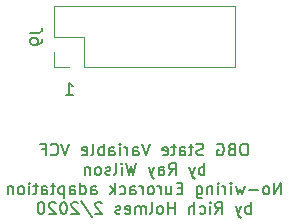
<source format=gbr>
G04 #@! TF.GenerationSoftware,KiCad,Pcbnew,5.1.5-52549c5~84~ubuntu18.04.1*
G04 #@! TF.CreationDate,2020-03-17T21:00:59-04:00*
G04 #@! TF.ProjectId,OBG-SVF-panelpcb,4f42472d-5356-4462-9d70-616e656c7063,rev?*
G04 #@! TF.SameCoordinates,Original*
G04 #@! TF.FileFunction,Legend,Bot*
G04 #@! TF.FilePolarity,Positive*
%FSLAX46Y46*%
G04 Gerber Fmt 4.6, Leading zero omitted, Abs format (unit mm)*
G04 Created by KiCad (PCBNEW 5.1.5-52549c5~84~ubuntu18.04.1) date 2020-03-17 21:00:59*
%MOMM*%
%LPD*%
G04 APERTURE LIST*
%ADD10C,0.150000*%
%ADD11C,0.120000*%
G04 APERTURE END LIST*
D10*
X148247619Y-87782380D02*
X148057142Y-87782380D01*
X147961904Y-87830000D01*
X147866666Y-87925238D01*
X147819047Y-88115714D01*
X147819047Y-88449047D01*
X147866666Y-88639523D01*
X147961904Y-88734761D01*
X148057142Y-88782380D01*
X148247619Y-88782380D01*
X148342857Y-88734761D01*
X148438095Y-88639523D01*
X148485714Y-88449047D01*
X148485714Y-88115714D01*
X148438095Y-87925238D01*
X148342857Y-87830000D01*
X148247619Y-87782380D01*
X147057142Y-88258571D02*
X146914285Y-88306190D01*
X146866666Y-88353809D01*
X146819047Y-88449047D01*
X146819047Y-88591904D01*
X146866666Y-88687142D01*
X146914285Y-88734761D01*
X147009523Y-88782380D01*
X147390476Y-88782380D01*
X147390476Y-87782380D01*
X147057142Y-87782380D01*
X146961904Y-87830000D01*
X146914285Y-87877619D01*
X146866666Y-87972857D01*
X146866666Y-88068095D01*
X146914285Y-88163333D01*
X146961904Y-88210952D01*
X147057142Y-88258571D01*
X147390476Y-88258571D01*
X145866666Y-87830000D02*
X145961904Y-87782380D01*
X146104761Y-87782380D01*
X146247619Y-87830000D01*
X146342857Y-87925238D01*
X146390476Y-88020476D01*
X146438095Y-88210952D01*
X146438095Y-88353809D01*
X146390476Y-88544285D01*
X146342857Y-88639523D01*
X146247619Y-88734761D01*
X146104761Y-88782380D01*
X146009523Y-88782380D01*
X145866666Y-88734761D01*
X145819047Y-88687142D01*
X145819047Y-88353809D01*
X146009523Y-88353809D01*
X144676190Y-88734761D02*
X144533333Y-88782380D01*
X144295238Y-88782380D01*
X144200000Y-88734761D01*
X144152380Y-88687142D01*
X144104761Y-88591904D01*
X144104761Y-88496666D01*
X144152380Y-88401428D01*
X144200000Y-88353809D01*
X144295238Y-88306190D01*
X144485714Y-88258571D01*
X144580952Y-88210952D01*
X144628571Y-88163333D01*
X144676190Y-88068095D01*
X144676190Y-87972857D01*
X144628571Y-87877619D01*
X144580952Y-87830000D01*
X144485714Y-87782380D01*
X144247619Y-87782380D01*
X144104761Y-87830000D01*
X143819047Y-88115714D02*
X143438095Y-88115714D01*
X143676190Y-87782380D02*
X143676190Y-88639523D01*
X143628571Y-88734761D01*
X143533333Y-88782380D01*
X143438095Y-88782380D01*
X142676190Y-88782380D02*
X142676190Y-88258571D01*
X142723809Y-88163333D01*
X142819047Y-88115714D01*
X143009523Y-88115714D01*
X143104761Y-88163333D01*
X142676190Y-88734761D02*
X142771428Y-88782380D01*
X143009523Y-88782380D01*
X143104761Y-88734761D01*
X143152380Y-88639523D01*
X143152380Y-88544285D01*
X143104761Y-88449047D01*
X143009523Y-88401428D01*
X142771428Y-88401428D01*
X142676190Y-88353809D01*
X142342857Y-88115714D02*
X141961904Y-88115714D01*
X142200000Y-87782380D02*
X142200000Y-88639523D01*
X142152380Y-88734761D01*
X142057142Y-88782380D01*
X141961904Y-88782380D01*
X141247619Y-88734761D02*
X141342857Y-88782380D01*
X141533333Y-88782380D01*
X141628571Y-88734761D01*
X141676190Y-88639523D01*
X141676190Y-88258571D01*
X141628571Y-88163333D01*
X141533333Y-88115714D01*
X141342857Y-88115714D01*
X141247619Y-88163333D01*
X141200000Y-88258571D01*
X141200000Y-88353809D01*
X141676190Y-88449047D01*
X140152380Y-87782380D02*
X139819047Y-88782380D01*
X139485714Y-87782380D01*
X138723809Y-88782380D02*
X138723809Y-88258571D01*
X138771428Y-88163333D01*
X138866666Y-88115714D01*
X139057142Y-88115714D01*
X139152380Y-88163333D01*
X138723809Y-88734761D02*
X138819047Y-88782380D01*
X139057142Y-88782380D01*
X139152380Y-88734761D01*
X139200000Y-88639523D01*
X139200000Y-88544285D01*
X139152380Y-88449047D01*
X139057142Y-88401428D01*
X138819047Y-88401428D01*
X138723809Y-88353809D01*
X138247619Y-88782380D02*
X138247619Y-88115714D01*
X138247619Y-88306190D02*
X138200000Y-88210952D01*
X138152380Y-88163333D01*
X138057142Y-88115714D01*
X137961904Y-88115714D01*
X137628571Y-88782380D02*
X137628571Y-88115714D01*
X137628571Y-87782380D02*
X137676190Y-87830000D01*
X137628571Y-87877619D01*
X137580952Y-87830000D01*
X137628571Y-87782380D01*
X137628571Y-87877619D01*
X136723809Y-88782380D02*
X136723809Y-88258571D01*
X136771428Y-88163333D01*
X136866666Y-88115714D01*
X137057142Y-88115714D01*
X137152380Y-88163333D01*
X136723809Y-88734761D02*
X136819047Y-88782380D01*
X137057142Y-88782380D01*
X137152380Y-88734761D01*
X137200000Y-88639523D01*
X137200000Y-88544285D01*
X137152380Y-88449047D01*
X137057142Y-88401428D01*
X136819047Y-88401428D01*
X136723809Y-88353809D01*
X136247619Y-88782380D02*
X136247619Y-87782380D01*
X136247619Y-88163333D02*
X136152380Y-88115714D01*
X135961904Y-88115714D01*
X135866666Y-88163333D01*
X135819047Y-88210952D01*
X135771428Y-88306190D01*
X135771428Y-88591904D01*
X135819047Y-88687142D01*
X135866666Y-88734761D01*
X135961904Y-88782380D01*
X136152380Y-88782380D01*
X136247619Y-88734761D01*
X135200000Y-88782380D02*
X135295238Y-88734761D01*
X135342857Y-88639523D01*
X135342857Y-87782380D01*
X134438095Y-88734761D02*
X134533333Y-88782380D01*
X134723809Y-88782380D01*
X134819047Y-88734761D01*
X134866666Y-88639523D01*
X134866666Y-88258571D01*
X134819047Y-88163333D01*
X134723809Y-88115714D01*
X134533333Y-88115714D01*
X134438095Y-88163333D01*
X134390476Y-88258571D01*
X134390476Y-88353809D01*
X134866666Y-88449047D01*
X133342857Y-87782380D02*
X133009523Y-88782380D01*
X132676190Y-87782380D01*
X131771428Y-88687142D02*
X131819047Y-88734761D01*
X131961904Y-88782380D01*
X132057142Y-88782380D01*
X132200000Y-88734761D01*
X132295238Y-88639523D01*
X132342857Y-88544285D01*
X132390476Y-88353809D01*
X132390476Y-88210952D01*
X132342857Y-88020476D01*
X132295238Y-87925238D01*
X132200000Y-87830000D01*
X132057142Y-87782380D01*
X131961904Y-87782380D01*
X131819047Y-87830000D01*
X131771428Y-87877619D01*
X131009523Y-88258571D02*
X131342857Y-88258571D01*
X131342857Y-88782380D02*
X131342857Y-87782380D01*
X130866666Y-87782380D01*
X144771428Y-90432380D02*
X144771428Y-89432380D01*
X144771428Y-89813333D02*
X144676190Y-89765714D01*
X144485714Y-89765714D01*
X144390476Y-89813333D01*
X144342857Y-89860952D01*
X144295238Y-89956190D01*
X144295238Y-90241904D01*
X144342857Y-90337142D01*
X144390476Y-90384761D01*
X144485714Y-90432380D01*
X144676190Y-90432380D01*
X144771428Y-90384761D01*
X143961904Y-89765714D02*
X143723809Y-90432380D01*
X143485714Y-89765714D02*
X143723809Y-90432380D01*
X143819047Y-90670476D01*
X143866666Y-90718095D01*
X143961904Y-90765714D01*
X141771428Y-90432380D02*
X142104761Y-89956190D01*
X142342857Y-90432380D02*
X142342857Y-89432380D01*
X141961904Y-89432380D01*
X141866666Y-89480000D01*
X141819047Y-89527619D01*
X141771428Y-89622857D01*
X141771428Y-89765714D01*
X141819047Y-89860952D01*
X141866666Y-89908571D01*
X141961904Y-89956190D01*
X142342857Y-89956190D01*
X140914285Y-90432380D02*
X140914285Y-89908571D01*
X140961904Y-89813333D01*
X141057142Y-89765714D01*
X141247619Y-89765714D01*
X141342857Y-89813333D01*
X140914285Y-90384761D02*
X141009523Y-90432380D01*
X141247619Y-90432380D01*
X141342857Y-90384761D01*
X141390476Y-90289523D01*
X141390476Y-90194285D01*
X141342857Y-90099047D01*
X141247619Y-90051428D01*
X141009523Y-90051428D01*
X140914285Y-90003809D01*
X140533333Y-89765714D02*
X140295238Y-90432380D01*
X140057142Y-89765714D02*
X140295238Y-90432380D01*
X140390476Y-90670476D01*
X140438095Y-90718095D01*
X140533333Y-90765714D01*
X139009523Y-89432380D02*
X138771428Y-90432380D01*
X138580952Y-89718095D01*
X138390476Y-90432380D01*
X138152380Y-89432380D01*
X137771428Y-90432380D02*
X137771428Y-89765714D01*
X137771428Y-89432380D02*
X137819047Y-89480000D01*
X137771428Y-89527619D01*
X137723809Y-89480000D01*
X137771428Y-89432380D01*
X137771428Y-89527619D01*
X137152380Y-90432380D02*
X137247619Y-90384761D01*
X137295238Y-90289523D01*
X137295238Y-89432380D01*
X136819047Y-90384761D02*
X136723809Y-90432380D01*
X136533333Y-90432380D01*
X136438095Y-90384761D01*
X136390476Y-90289523D01*
X136390476Y-90241904D01*
X136438095Y-90146666D01*
X136533333Y-90099047D01*
X136676190Y-90099047D01*
X136771428Y-90051428D01*
X136819047Y-89956190D01*
X136819047Y-89908571D01*
X136771428Y-89813333D01*
X136676190Y-89765714D01*
X136533333Y-89765714D01*
X136438095Y-89813333D01*
X135819047Y-90432380D02*
X135914285Y-90384761D01*
X135961904Y-90337142D01*
X136009523Y-90241904D01*
X136009523Y-89956190D01*
X135961904Y-89860952D01*
X135914285Y-89813333D01*
X135819047Y-89765714D01*
X135676190Y-89765714D01*
X135580952Y-89813333D01*
X135533333Y-89860952D01*
X135485714Y-89956190D01*
X135485714Y-90241904D01*
X135533333Y-90337142D01*
X135580952Y-90384761D01*
X135676190Y-90432380D01*
X135819047Y-90432380D01*
X135057142Y-89765714D02*
X135057142Y-90432380D01*
X135057142Y-89860952D02*
X135009523Y-89813333D01*
X134914285Y-89765714D01*
X134771428Y-89765714D01*
X134676190Y-89813333D01*
X134628571Y-89908571D01*
X134628571Y-90432380D01*
X151271428Y-92082380D02*
X151271428Y-91082380D01*
X150700000Y-92082380D01*
X150700000Y-91082380D01*
X150080952Y-92082380D02*
X150176190Y-92034761D01*
X150223809Y-91987142D01*
X150271428Y-91891904D01*
X150271428Y-91606190D01*
X150223809Y-91510952D01*
X150176190Y-91463333D01*
X150080952Y-91415714D01*
X149938095Y-91415714D01*
X149842857Y-91463333D01*
X149795238Y-91510952D01*
X149747619Y-91606190D01*
X149747619Y-91891904D01*
X149795238Y-91987142D01*
X149842857Y-92034761D01*
X149938095Y-92082380D01*
X150080952Y-92082380D01*
X149319047Y-91701428D02*
X148557142Y-91701428D01*
X148176190Y-91415714D02*
X147985714Y-92082380D01*
X147795238Y-91606190D01*
X147604761Y-92082380D01*
X147414285Y-91415714D01*
X147033333Y-92082380D02*
X147033333Y-91415714D01*
X147033333Y-91082380D02*
X147080952Y-91130000D01*
X147033333Y-91177619D01*
X146985714Y-91130000D01*
X147033333Y-91082380D01*
X147033333Y-91177619D01*
X146557142Y-92082380D02*
X146557142Y-91415714D01*
X146557142Y-91606190D02*
X146509523Y-91510952D01*
X146461904Y-91463333D01*
X146366666Y-91415714D01*
X146271428Y-91415714D01*
X145938095Y-92082380D02*
X145938095Y-91415714D01*
X145938095Y-91082380D02*
X145985714Y-91130000D01*
X145938095Y-91177619D01*
X145890476Y-91130000D01*
X145938095Y-91082380D01*
X145938095Y-91177619D01*
X145461904Y-91415714D02*
X145461904Y-92082380D01*
X145461904Y-91510952D02*
X145414285Y-91463333D01*
X145319047Y-91415714D01*
X145176190Y-91415714D01*
X145080952Y-91463333D01*
X145033333Y-91558571D01*
X145033333Y-92082380D01*
X144128571Y-91415714D02*
X144128571Y-92225238D01*
X144176190Y-92320476D01*
X144223809Y-92368095D01*
X144319047Y-92415714D01*
X144461904Y-92415714D01*
X144557142Y-92368095D01*
X144128571Y-92034761D02*
X144223809Y-92082380D01*
X144414285Y-92082380D01*
X144509523Y-92034761D01*
X144557142Y-91987142D01*
X144604761Y-91891904D01*
X144604761Y-91606190D01*
X144557142Y-91510952D01*
X144509523Y-91463333D01*
X144414285Y-91415714D01*
X144223809Y-91415714D01*
X144128571Y-91463333D01*
X142890476Y-91558571D02*
X142557142Y-91558571D01*
X142414285Y-92082380D02*
X142890476Y-92082380D01*
X142890476Y-91082380D01*
X142414285Y-91082380D01*
X141557142Y-91415714D02*
X141557142Y-92082380D01*
X141985714Y-91415714D02*
X141985714Y-91939523D01*
X141938095Y-92034761D01*
X141842857Y-92082380D01*
X141700000Y-92082380D01*
X141604761Y-92034761D01*
X141557142Y-91987142D01*
X141080952Y-92082380D02*
X141080952Y-91415714D01*
X141080952Y-91606190D02*
X141033333Y-91510952D01*
X140985714Y-91463333D01*
X140890476Y-91415714D01*
X140795238Y-91415714D01*
X140319047Y-92082380D02*
X140414285Y-92034761D01*
X140461904Y-91987142D01*
X140509523Y-91891904D01*
X140509523Y-91606190D01*
X140461904Y-91510952D01*
X140414285Y-91463333D01*
X140319047Y-91415714D01*
X140176190Y-91415714D01*
X140080952Y-91463333D01*
X140033333Y-91510952D01*
X139985714Y-91606190D01*
X139985714Y-91891904D01*
X140033333Y-91987142D01*
X140080952Y-92034761D01*
X140176190Y-92082380D01*
X140319047Y-92082380D01*
X139557142Y-92082380D02*
X139557142Y-91415714D01*
X139557142Y-91606190D02*
X139509523Y-91510952D01*
X139461904Y-91463333D01*
X139366666Y-91415714D01*
X139271428Y-91415714D01*
X138509523Y-92082380D02*
X138509523Y-91558571D01*
X138557142Y-91463333D01*
X138652380Y-91415714D01*
X138842857Y-91415714D01*
X138938095Y-91463333D01*
X138509523Y-92034761D02*
X138604761Y-92082380D01*
X138842857Y-92082380D01*
X138938095Y-92034761D01*
X138985714Y-91939523D01*
X138985714Y-91844285D01*
X138938095Y-91749047D01*
X138842857Y-91701428D01*
X138604761Y-91701428D01*
X138509523Y-91653809D01*
X137604761Y-92034761D02*
X137700000Y-92082380D01*
X137890476Y-92082380D01*
X137985714Y-92034761D01*
X138033333Y-91987142D01*
X138080952Y-91891904D01*
X138080952Y-91606190D01*
X138033333Y-91510952D01*
X137985714Y-91463333D01*
X137890476Y-91415714D01*
X137700000Y-91415714D01*
X137604761Y-91463333D01*
X137176190Y-92082380D02*
X137176190Y-91082380D01*
X137080952Y-91701428D02*
X136795238Y-92082380D01*
X136795238Y-91415714D02*
X137176190Y-91796666D01*
X135176190Y-92082380D02*
X135176190Y-91558571D01*
X135223809Y-91463333D01*
X135319047Y-91415714D01*
X135509523Y-91415714D01*
X135604761Y-91463333D01*
X135176190Y-92034761D02*
X135271428Y-92082380D01*
X135509523Y-92082380D01*
X135604761Y-92034761D01*
X135652380Y-91939523D01*
X135652380Y-91844285D01*
X135604761Y-91749047D01*
X135509523Y-91701428D01*
X135271428Y-91701428D01*
X135176190Y-91653809D01*
X134271428Y-92082380D02*
X134271428Y-91082380D01*
X134271428Y-92034761D02*
X134366666Y-92082380D01*
X134557142Y-92082380D01*
X134652380Y-92034761D01*
X134700000Y-91987142D01*
X134747619Y-91891904D01*
X134747619Y-91606190D01*
X134700000Y-91510952D01*
X134652380Y-91463333D01*
X134557142Y-91415714D01*
X134366666Y-91415714D01*
X134271428Y-91463333D01*
X133366666Y-92082380D02*
X133366666Y-91558571D01*
X133414285Y-91463333D01*
X133509523Y-91415714D01*
X133700000Y-91415714D01*
X133795238Y-91463333D01*
X133366666Y-92034761D02*
X133461904Y-92082380D01*
X133700000Y-92082380D01*
X133795238Y-92034761D01*
X133842857Y-91939523D01*
X133842857Y-91844285D01*
X133795238Y-91749047D01*
X133700000Y-91701428D01*
X133461904Y-91701428D01*
X133366666Y-91653809D01*
X132890476Y-91415714D02*
X132890476Y-92415714D01*
X132890476Y-91463333D02*
X132795238Y-91415714D01*
X132604761Y-91415714D01*
X132509523Y-91463333D01*
X132461904Y-91510952D01*
X132414285Y-91606190D01*
X132414285Y-91891904D01*
X132461904Y-91987142D01*
X132509523Y-92034761D01*
X132604761Y-92082380D01*
X132795238Y-92082380D01*
X132890476Y-92034761D01*
X132128571Y-91415714D02*
X131747619Y-91415714D01*
X131985714Y-91082380D02*
X131985714Y-91939523D01*
X131938095Y-92034761D01*
X131842857Y-92082380D01*
X131747619Y-92082380D01*
X130985714Y-92082380D02*
X130985714Y-91558571D01*
X131033333Y-91463333D01*
X131128571Y-91415714D01*
X131319047Y-91415714D01*
X131414285Y-91463333D01*
X130985714Y-92034761D02*
X131080952Y-92082380D01*
X131319047Y-92082380D01*
X131414285Y-92034761D01*
X131461904Y-91939523D01*
X131461904Y-91844285D01*
X131414285Y-91749047D01*
X131319047Y-91701428D01*
X131080952Y-91701428D01*
X130985714Y-91653809D01*
X130652380Y-91415714D02*
X130271428Y-91415714D01*
X130509523Y-91082380D02*
X130509523Y-91939523D01*
X130461904Y-92034761D01*
X130366666Y-92082380D01*
X130271428Y-92082380D01*
X129938095Y-92082380D02*
X129938095Y-91415714D01*
X129938095Y-91082380D02*
X129985714Y-91130000D01*
X129938095Y-91177619D01*
X129890476Y-91130000D01*
X129938095Y-91082380D01*
X129938095Y-91177619D01*
X129319047Y-92082380D02*
X129414285Y-92034761D01*
X129461904Y-91987142D01*
X129509523Y-91891904D01*
X129509523Y-91606190D01*
X129461904Y-91510952D01*
X129414285Y-91463333D01*
X129319047Y-91415714D01*
X129176190Y-91415714D01*
X129080952Y-91463333D01*
X129033333Y-91510952D01*
X128985714Y-91606190D01*
X128985714Y-91891904D01*
X129033333Y-91987142D01*
X129080952Y-92034761D01*
X129176190Y-92082380D01*
X129319047Y-92082380D01*
X128557142Y-91415714D02*
X128557142Y-92082380D01*
X128557142Y-91510952D02*
X128509523Y-91463333D01*
X128414285Y-91415714D01*
X128271428Y-91415714D01*
X128176190Y-91463333D01*
X128128571Y-91558571D01*
X128128571Y-92082380D01*
X148700000Y-93732380D02*
X148700000Y-92732380D01*
X148700000Y-93113333D02*
X148604761Y-93065714D01*
X148414285Y-93065714D01*
X148319047Y-93113333D01*
X148271428Y-93160952D01*
X148223809Y-93256190D01*
X148223809Y-93541904D01*
X148271428Y-93637142D01*
X148319047Y-93684761D01*
X148414285Y-93732380D01*
X148604761Y-93732380D01*
X148700000Y-93684761D01*
X147890476Y-93065714D02*
X147652380Y-93732380D01*
X147414285Y-93065714D02*
X147652380Y-93732380D01*
X147747619Y-93970476D01*
X147795238Y-94018095D01*
X147890476Y-94065714D01*
X145700000Y-93732380D02*
X146033333Y-93256190D01*
X146271428Y-93732380D02*
X146271428Y-92732380D01*
X145890476Y-92732380D01*
X145795238Y-92780000D01*
X145747619Y-92827619D01*
X145700000Y-92922857D01*
X145700000Y-93065714D01*
X145747619Y-93160952D01*
X145795238Y-93208571D01*
X145890476Y-93256190D01*
X146271428Y-93256190D01*
X145271428Y-93732380D02*
X145271428Y-93065714D01*
X145271428Y-92732380D02*
X145319047Y-92780000D01*
X145271428Y-92827619D01*
X145223809Y-92780000D01*
X145271428Y-92732380D01*
X145271428Y-92827619D01*
X144366666Y-93684761D02*
X144461904Y-93732380D01*
X144652380Y-93732380D01*
X144747619Y-93684761D01*
X144795238Y-93637142D01*
X144842857Y-93541904D01*
X144842857Y-93256190D01*
X144795238Y-93160952D01*
X144747619Y-93113333D01*
X144652380Y-93065714D01*
X144461904Y-93065714D01*
X144366666Y-93113333D01*
X143938095Y-93732380D02*
X143938095Y-92732380D01*
X143509523Y-93732380D02*
X143509523Y-93208571D01*
X143557142Y-93113333D01*
X143652380Y-93065714D01*
X143795238Y-93065714D01*
X143890476Y-93113333D01*
X143938095Y-93160952D01*
X142271428Y-93732380D02*
X142271428Y-92732380D01*
X142271428Y-93208571D02*
X141700000Y-93208571D01*
X141700000Y-93732380D02*
X141700000Y-92732380D01*
X141080952Y-93732380D02*
X141176190Y-93684761D01*
X141223809Y-93637142D01*
X141271428Y-93541904D01*
X141271428Y-93256190D01*
X141223809Y-93160952D01*
X141176190Y-93113333D01*
X141080952Y-93065714D01*
X140938095Y-93065714D01*
X140842857Y-93113333D01*
X140795238Y-93160952D01*
X140747619Y-93256190D01*
X140747619Y-93541904D01*
X140795238Y-93637142D01*
X140842857Y-93684761D01*
X140938095Y-93732380D01*
X141080952Y-93732380D01*
X140176190Y-93732380D02*
X140271428Y-93684761D01*
X140319047Y-93589523D01*
X140319047Y-92732380D01*
X139795238Y-93732380D02*
X139795238Y-93065714D01*
X139795238Y-93160952D02*
X139747619Y-93113333D01*
X139652380Y-93065714D01*
X139509523Y-93065714D01*
X139414285Y-93113333D01*
X139366666Y-93208571D01*
X139366666Y-93732380D01*
X139366666Y-93208571D02*
X139319047Y-93113333D01*
X139223809Y-93065714D01*
X139080952Y-93065714D01*
X138985714Y-93113333D01*
X138938095Y-93208571D01*
X138938095Y-93732380D01*
X138080952Y-93684761D02*
X138176190Y-93732380D01*
X138366666Y-93732380D01*
X138461904Y-93684761D01*
X138509523Y-93589523D01*
X138509523Y-93208571D01*
X138461904Y-93113333D01*
X138366666Y-93065714D01*
X138176190Y-93065714D01*
X138080952Y-93113333D01*
X138033333Y-93208571D01*
X138033333Y-93303809D01*
X138509523Y-93399047D01*
X137652380Y-93684761D02*
X137557142Y-93732380D01*
X137366666Y-93732380D01*
X137271428Y-93684761D01*
X137223809Y-93589523D01*
X137223809Y-93541904D01*
X137271428Y-93446666D01*
X137366666Y-93399047D01*
X137509523Y-93399047D01*
X137604761Y-93351428D01*
X137652380Y-93256190D01*
X137652380Y-93208571D01*
X137604761Y-93113333D01*
X137509523Y-93065714D01*
X137366666Y-93065714D01*
X137271428Y-93113333D01*
X136080952Y-92827619D02*
X136033333Y-92780000D01*
X135938095Y-92732380D01*
X135700000Y-92732380D01*
X135604761Y-92780000D01*
X135557142Y-92827619D01*
X135509523Y-92922857D01*
X135509523Y-93018095D01*
X135557142Y-93160952D01*
X136128571Y-93732380D01*
X135509523Y-93732380D01*
X134366666Y-92684761D02*
X135223809Y-93970476D01*
X134080952Y-92827619D02*
X134033333Y-92780000D01*
X133938095Y-92732380D01*
X133700000Y-92732380D01*
X133604761Y-92780000D01*
X133557142Y-92827619D01*
X133509523Y-92922857D01*
X133509523Y-93018095D01*
X133557142Y-93160952D01*
X134128571Y-93732380D01*
X133509523Y-93732380D01*
X132890476Y-92732380D02*
X132795238Y-92732380D01*
X132700000Y-92780000D01*
X132652380Y-92827619D01*
X132604761Y-92922857D01*
X132557142Y-93113333D01*
X132557142Y-93351428D01*
X132604761Y-93541904D01*
X132652380Y-93637142D01*
X132700000Y-93684761D01*
X132795238Y-93732380D01*
X132890476Y-93732380D01*
X132985714Y-93684761D01*
X133033333Y-93637142D01*
X133080952Y-93541904D01*
X133128571Y-93351428D01*
X133128571Y-93113333D01*
X133080952Y-92922857D01*
X133033333Y-92827619D01*
X132985714Y-92780000D01*
X132890476Y-92732380D01*
X132176190Y-92827619D02*
X132128571Y-92780000D01*
X132033333Y-92732380D01*
X131795238Y-92732380D01*
X131700000Y-92780000D01*
X131652380Y-92827619D01*
X131604761Y-92922857D01*
X131604761Y-93018095D01*
X131652380Y-93160952D01*
X132223809Y-93732380D01*
X131604761Y-93732380D01*
X130985714Y-92732380D02*
X130890476Y-92732380D01*
X130795238Y-92780000D01*
X130747619Y-92827619D01*
X130700000Y-92922857D01*
X130652380Y-93113333D01*
X130652380Y-93351428D01*
X130700000Y-93541904D01*
X130747619Y-93637142D01*
X130795238Y-93684761D01*
X130890476Y-93732380D01*
X130985714Y-93732380D01*
X131080952Y-93684761D01*
X131128571Y-93637142D01*
X131176190Y-93541904D01*
X131223809Y-93351428D01*
X131223809Y-93113333D01*
X131176190Y-92922857D01*
X131128571Y-92827619D01*
X131080952Y-92780000D01*
X130985714Y-92732380D01*
X133064285Y-83637380D02*
X133635714Y-83637380D01*
X133350000Y-83637380D02*
X133350000Y-82637380D01*
X133445238Y-82780238D01*
X133540476Y-82875476D01*
X133635714Y-82923095D01*
D11*
X132020000Y-80010000D02*
X132020000Y-81340000D01*
X132020000Y-81340000D02*
X133350000Y-81340000D01*
X132020000Y-78740000D02*
X134620000Y-78740000D01*
X134620000Y-78740000D02*
X134620000Y-81340000D01*
X134620000Y-81340000D02*
X147380000Y-81340000D01*
X147380000Y-76140000D02*
X147380000Y-81340000D01*
X132020000Y-76140000D02*
X147380000Y-76140000D01*
X132020000Y-76140000D02*
X132020000Y-78740000D01*
D10*
X130032380Y-78406666D02*
X130746666Y-78406666D01*
X130889523Y-78359047D01*
X130984761Y-78263809D01*
X131032380Y-78120952D01*
X131032380Y-78025714D01*
X131032380Y-78930476D02*
X131032380Y-79120952D01*
X130984761Y-79216190D01*
X130937142Y-79263809D01*
X130794285Y-79359047D01*
X130603809Y-79406666D01*
X130222857Y-79406666D01*
X130127619Y-79359047D01*
X130080000Y-79311428D01*
X130032380Y-79216190D01*
X130032380Y-79025714D01*
X130080000Y-78930476D01*
X130127619Y-78882857D01*
X130222857Y-78835238D01*
X130460952Y-78835238D01*
X130556190Y-78882857D01*
X130603809Y-78930476D01*
X130651428Y-79025714D01*
X130651428Y-79216190D01*
X130603809Y-79311428D01*
X130556190Y-79359047D01*
X130460952Y-79406666D01*
M02*

</source>
